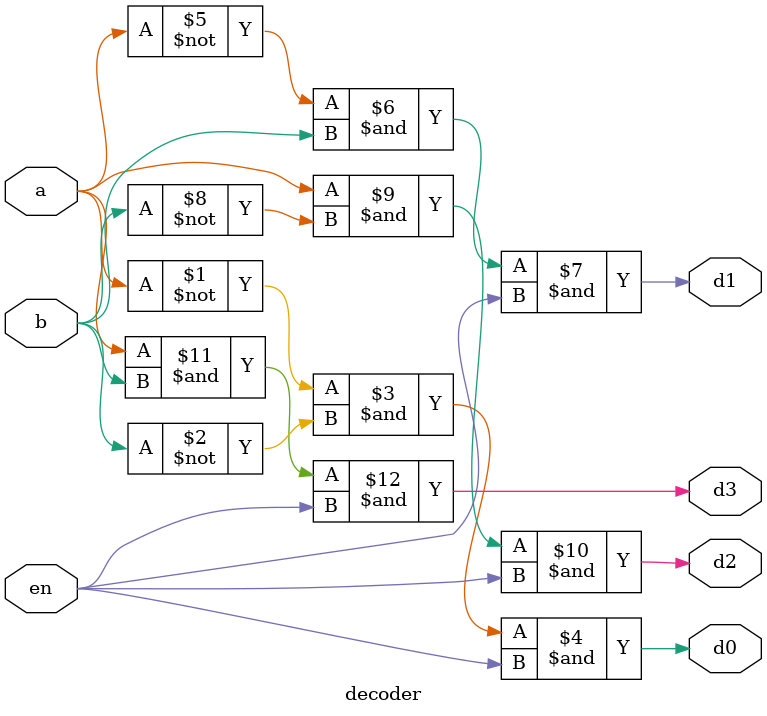
<source format=v>
module decoder(
  input a, b, en,
  output d0, d1, d2, d3
);
  // Continuous assignment of decoder outputs
  assign d0 = (~a) & (~b) & en;
  assign d1 = (~a) & b & en;
  assign d2 = a & (~b) & en;
  assign d3 = a & b & en;
endmodule

</source>
